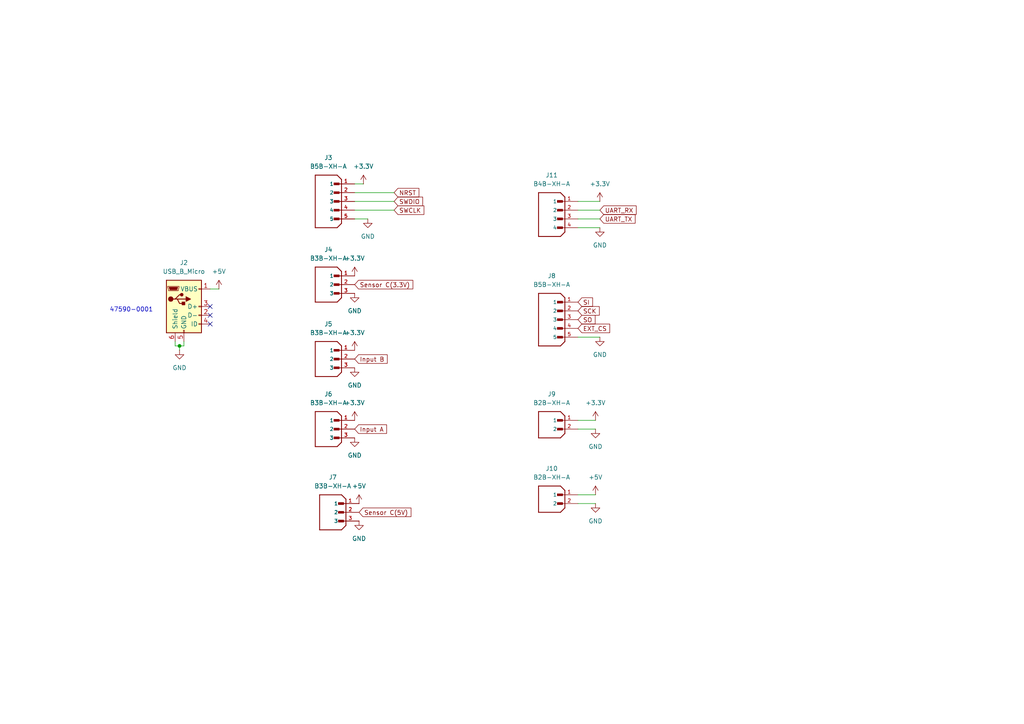
<source format=kicad_sch>
(kicad_sch (version 20250114) (generator "eeschema") (generator_version "9.0")
  (paper "A4")
  (lib_symbols
    (symbol "B2B-XH-A:B2B-XH-A" (pin_names (offset 1.016))
      (property "Reference" "J" (at -2.54 6.35 0))
      (property "Value" "B2B-XH-A" (at -2.54 -5.08 0))
      (symbol "B2B-XH-A_0_0"
        (polyline (pts (xy -3.81 3.81) (xy -3.81 -1.27)) (stroke (width 0.254)))
        (polyline (pts (xy -3.81 3.81) (xy -2.54 5.08)) (stroke (width 0.254)))
        (polyline (pts (xy -3.81 -1.27) (xy -2.54 -2.54)) (stroke (width 0.254)))
        (rectangle (start -3.175 2.2225) (end -1.5875 2.8575) (stroke (width 0.1)) (fill (type outline)))
        (rectangle (start -3.175 -0.3175) (end -1.5875 0.3175) (stroke (width 0.1)) (fill (type outline)))
        (polyline (pts (xy -2.54 -2.54) (xy 3.81 -2.54)) (stroke (width 0.254)))
        (polyline (pts (xy 3.81 5.08) (xy -2.54 5.08)) (stroke (width 0.254)))
        (polyline (pts (xy 3.81 -2.54) (xy 3.81 5.08)) (stroke (width 0.254)))
        (pin passive line (at -7.62 2.54 0) (length 5.08) (name "1") (number "1"))
        (pin passive line (at -7.62 0 0) (length 5.08) (name "2") (number "2"))
      )
    )
    (symbol "B3B-XH-A:B3B-XH-A" (pin_names (offset 1.016))
      (property "Reference" "J" (at -2.54 6.35 0))
      (property "Value" "B3B-XH-A" (at -2.54 -7.62 0))
      (symbol "B3B-XH-A_0_0"
        (polyline (pts (xy -3.81 3.81) (xy -3.81 -3.81)) (stroke (width 0.254)))
        (polyline (pts (xy -3.81 3.81) (xy -2.54 5.08)) (stroke (width 0.254)))
        (polyline (pts (xy -3.81 -3.81) (xy -2.54 -5.08)) (stroke (width 0.254)))
        (rectangle (start -3.175 2.2225) (end -1.5875 2.8575) (stroke (width 0.1)) (fill (type outline)))
        (rectangle (start -3.175 -0.3175) (end -1.5875 0.3175) (stroke (width 0.1)) (fill (type outline)))
        (rectangle (start -3.175 -2.8575) (end -1.5875 -2.2225) (stroke (width 0.1)) (fill (type outline)))
        (polyline (pts (xy -2.54 -5.08) (xy 3.81 -5.08)) (stroke (width 0.254)))
        (polyline (pts (xy 3.81 5.08) (xy -2.54 5.08)) (stroke (width 0.254)))
        (polyline (pts (xy 3.81 -5.08) (xy 3.81 5.08)) (stroke (width 0.254)))
        (pin passive line (at -7.62 2.54 0) (length 5.08) (name "1") (number "1"))
        (pin passive line (at -7.62 0 0) (length 5.08) (name "2") (number "2"))
        (pin passive line (at -7.62 -2.54 0) (length 5.08) (name "3") (number "3"))
      )
    )
    (symbol "B4B-XH-A:B4B-XH-A" (pin_names (offset 1.016))
      (property "Reference" "J" (at -2.54 6.35 0))
      (property "Value" "B4B-XH-A" (at -2.54 -10.16 0))
      (symbol "B4B-XH-A_0_0"
        (polyline (pts (xy -3.81 3.81) (xy -3.81 -6.35)) (stroke (width 0.254)))
        (polyline (pts (xy -3.81 3.81) (xy -2.54 5.08)) (stroke (width 0.254)))
        (polyline (pts (xy -3.81 -6.35) (xy -2.54 -7.62)) (stroke (width 0.254)))
        (rectangle (start -3.175 2.2225) (end -1.5875 2.8575) (stroke (width 0.1)) (fill (type outline)))
        (rectangle (start -3.175 -0.3175) (end -1.5875 0.3175) (stroke (width 0.1)) (fill (type outline)))
        (rectangle (start -3.175 -2.8575) (end -1.5875 -2.2225) (stroke (width 0.1)) (fill (type outline)))
        (rectangle (start -3.175 -5.3975) (end -1.5875 -4.7625) (stroke (width 0.1)) (fill (type outline)))
        (polyline (pts (xy -2.54 -7.62) (xy 3.81 -7.62)) (stroke (width 0.254)))
        (polyline (pts (xy 3.81 5.08) (xy -2.54 5.08)) (stroke (width 0.254)))
        (polyline (pts (xy 3.81 -7.62) (xy 3.81 5.08)) (stroke (width 0.254)))
        (pin passive line (at -7.62 2.54 0) (length 5.08) (name "1") (number "1"))
        (pin passive line (at -7.62 0 0) (length 5.08) (name "2") (number "2"))
        (pin passive line (at -7.62 -2.54 0) (length 5.08) (name "3") (number "3"))
        (pin passive line (at -7.62 -5.08 0) (length 5.08) (name "4") (number "4"))
      )
    )
    (symbol "B5B-XH-A:B5B-XH-A" (pin_names (offset 1.016))
      (property "Reference" "J" (at -2.54 8.89 0))
      (property "Value" "B5B-XH-A" (at -2.54 -10.16 0))
      (symbol "B5B-XH-A_0_0"
        (polyline (pts (xy -3.81 6.35) (xy -3.81 -6.35)) (stroke (width 0.254)))
        (polyline (pts (xy -3.81 6.35) (xy -2.54 7.62)) (stroke (width 0.254)))
        (polyline (pts (xy -3.81 -6.35) (xy -2.54 -7.62)) (stroke (width 0.254)))
        (rectangle (start -3.175 4.7625) (end -1.5875 5.3975) (stroke (width 0.1)) (fill (type outline)))
        (rectangle (start -3.175 2.2225) (end -1.5875 2.8575) (stroke (width 0.1)) (fill (type outline)))
        (rectangle (start -3.175 -0.3175) (end -1.5875 0.3175) (stroke (width 0.1)) (fill (type outline)))
        (rectangle (start -3.175 -2.8575) (end -1.5875 -2.2225) (stroke (width 0.1)) (fill (type outline)))
        (rectangle (start -3.175 -5.3975) (end -1.5875 -4.7625) (stroke (width 0.1)) (fill (type outline)))
        (polyline (pts (xy -2.54 -7.62) (xy 3.81 -7.62)) (stroke (width 0.254)))
        (polyline (pts (xy 3.81 7.62) (xy -2.54 7.62)) (stroke (width 0.254)))
        (polyline (pts (xy 3.81 -7.62) (xy 3.81 7.62)) (stroke (width 0.254)))
        (pin passive line (at -7.62 5.08 0) (length 5.08) (name "1") (number "1"))
        (pin passive line (at -7.62 2.54 0) (length 5.08) (name "2") (number "2"))
        (pin passive line (at -7.62 0 0) (length 5.08) (name "3") (number "3"))
        (pin passive line (at -7.62 -2.54 0) (length 5.08) (name "4") (number "4"))
        (pin passive line (at -7.62 -5.08 0) (length 5.08) (name "5") (number "5"))
      )
    )
    (symbol "Connector:USB_B_Micro" (pin_names (offset 1.016))
      (property "Reference" "J" (at -5.08 11.43 0))
      (property "Value" "USB_B_Micro" (at -5.08 8.89 0))
      (symbol "USB_B_Micro_0_1"
        (rectangle (start -5.08 -7.62) (end 5.08 7.62) (stroke (width 0.254)) (fill (type background)))
        (polyline (pts (xy -4.699 5.842) (xy -4.699 5.588) (xy -4.445 4.826) (xy -4.445 4.572) (xy -1.651 4.572) (xy -1.651 4.826) (xy -1.397 5.588) (xy -1.397 5.842) (xy -4.699 5.842)))
        (polyline (pts (xy -4.318 5.588) (xy -1.778 5.588) (xy -2.032 4.826) (xy -4.064 4.826) (xy -4.318 5.588)) (fill (type outline)))
        (circle (center -3.81 2.159) (radius 0.635) (stroke (width 0.254)) (fill (type outline)))
        (polyline (pts (xy -3.175 2.159) (xy -2.54 2.159) (xy -1.27 3.429) (xy -0.635 3.429)) (stroke (width 0.254)))
        (polyline (pts (xy -2.54 2.159) (xy -1.905 2.159) (xy -1.27 0.889) (xy 0 0.889)) (stroke (width 0.254)))
        (polyline (pts (xy -1.905 2.159) (xy 0.635 2.159)) (stroke (width 0.254)))
        (circle (center -0.635 3.429) (radius 0.381) (stroke (width 0.254)) (fill (type outline)))
        (rectangle (start -0.127 -7.62) (end 0.127 -6.858))
        (rectangle (start 0.254 1.27) (end -0.508 0.508) (stroke (width 0.254)) (fill (type outline)))
        (polyline (pts (xy 0.635 2.794) (xy 0.635 1.524) (xy 1.905 2.159) (xy 0.635 2.794)) (stroke (width 0.254)) (fill (type outline)))
        (rectangle (start 5.08 4.953) (end 4.318 5.207))
        (rectangle (start 5.08 -0.127) (end 4.318 0.127))
        (rectangle (start 5.08 -2.667) (end 4.318 -2.413))
        (rectangle (start 5.08 -5.207) (end 4.318 -4.953))
      )
      (symbol "USB_B_Micro_1_1"
        (pin passive line (at -2.54 -10.16 90) (length 2.54) (name "Shield") (number "6"))
        (pin power_out line (at 0 -10.16 90) (length 2.54) (name "GND") (number "5"))
        (pin power_out line (at 7.62 5.08 180) (length 2.54) (name "VBUS") (number "1"))
        (pin bidirectional line (at 7.62 0 180) (length 2.54) (name "D+") (number "3"))
        (pin bidirectional line (at 7.62 -2.54 180) (length 2.54) (name "D-") (number "2"))
        (pin passive line (at 7.62 -5.08 180) (length 2.54) (name "ID") (number "4"))
      )
    )
    (symbol "power:+3.3V" (power) (pin_numbers (hide yes)) (pin_names (offset 0) (hide yes))
      (property "Value" "+3.3V" (at 0 3.556 0))
      (symbol "+3.3V_0_1"
        (polyline (pts (xy -0.762 1.27) (xy 0 2.54)))
        (polyline (pts (xy 0 2.54) (xy 0.762 1.27)))
        (polyline (pts (xy 0 0) (xy 0 2.54)))
      )
      (symbol "+3.3V_1_1"
        (pin power_in line (at 0 0 90) (length 0) (name "~") (number "1"))
      )
    )
    (symbol "power:+5V" (power) (pin_numbers (hide yes)) (pin_names (offset 0) (hide yes))
      (property "Value" "+5V" (at 0 3.556 0))
      (symbol "+5V_0_1"
        (polyline (pts (xy -0.762 1.27) (xy 0 2.54)))
        (polyline (pts (xy 0 2.54) (xy 0.762 1.27)))
        (polyline (pts (xy 0 0) (xy 0 2.54)))
      )
      (symbol "+5V_1_1"
        (pin power_in line (at 0 0 90) (length 0) (name "~") (number "1"))
      )
    )
    (symbol "power:GND" (power) (pin_numbers (hide yes)) (pin_names (offset 0) (hide yes))
      (property "Value" "GND" (at 0 -3.81 0))
      (symbol "GND_0_1"
        (polyline (pts (xy 0 0) (xy 0 -1.27) (xy 1.27 -1.27) (xy 0 -2.54) (xy -1.27 -1.27) (xy 0 -1.27)))
      )
      (symbol "GND_1_1"
        (pin power_in line (at 0 0 270) (length 0) (name "~") (number "1"))
      )
    )
  )
  (text "47590-0001" (at 38.1 89.916 0) (effects (font (size 1.27 1.27))))
  (junction (at 52.07 100.33))
  (no_connect (at 60.96 93.98))
  (no_connect (at 60.96 91.44))
  (no_connect (at 60.96 88.9))
  (wire (pts (xy 102.87 63.5) (xy 106.68 63.5)))
  (wire (pts (xy 60.96 83.82) (xy 63.5 83.82)))
  (wire (pts (xy 167.64 146.05) (xy 172.72 146.05)))
  (wire (pts (xy 53.34 100.33) (xy 53.34 99.06)))
  (wire (pts (xy 167.64 121.92) (xy 172.72 121.92)))
  (wire (pts (xy 52.07 100.33) (xy 52.07 101.6)))
  (wire (pts (xy 167.64 58.42) (xy 173.99 58.42)))
  (wire (pts (xy 167.64 60.96) (xy 173.99 60.96)))
  (wire (pts (xy 167.64 66.04) (xy 173.99 66.04)))
  (wire (pts (xy 52.07 100.33) (xy 53.34 100.33)))
  (wire (pts (xy 50.8 99.06) (xy 50.8 100.33)))
  (wire (pts (xy 114.3 58.42) (xy 102.87 58.42)))
  (wire (pts (xy 167.64 124.46) (xy 172.72 124.46)))
  (wire (pts (xy 167.64 97.79) (xy 173.99 97.79)))
  (wire (pts (xy 167.64 143.51) (xy 172.72 143.51)))
  (wire (pts (xy 50.8 100.33) (xy 52.07 100.33)))
  (wire (pts (xy 102.87 53.34) (xy 105.41 53.34)))
  (wire (pts (xy 114.3 55.88) (xy 102.87 55.88)))
  (wire (pts (xy 167.64 63.5) (xy 173.99 63.5)))
  (wire (pts (xy 114.3 60.96) (xy 102.87 60.96)))
  (global_label "UART_RX" (shape input) (at 173.99 60.96 0) (property "Intersheetrefs" "${INTERSHEET_REFS}" (effects (hide yes))))
  (global_label "UART_TX" (shape input) (at 173.99 63.5 0) (property "Intersheetrefs" "${INTERSHEET_REFS}" (effects (hide yes))))
  (global_label "SWDIO" (shape input) (at 114.3 58.42 0) (property "Intersheetrefs" "${INTERSHEET_REFS}" (effects (hide yes))))
  (global_label "SWCLK" (shape input) (at 114.3 60.96 0) (property "Intersheetrefs" "${INTERSHEET_REFS}" (effects (hide yes))))
  (global_label "EXT_CS" (shape input) (at 167.64 95.25 0) (property "Intersheetrefs" "${INTERSHEET_REFS}" (effects (hide yes))))
  (global_label "Input B" (shape input) (at 102.87 104.14 0) (property "Intersheetrefs" "${INTERSHEET_REFS}" (effects (hide yes))))
  (global_label "NRST" (shape input) (at 114.3 55.88 0) (property "Intersheetrefs" "${INTERSHEET_REFS}" (effects (hide yes))))
  (global_label "SO" (shape input) (at 167.64 92.71 0) (property "Intersheetrefs" "${INTERSHEET_REFS}" (effects (hide yes))))
  (global_label "SI" (shape input) (at 167.64 87.63 0) (property "Intersheetrefs" "${INTERSHEET_REFS}" (effects (hide yes))))
  (global_label "Sensor C(3.3V)" (shape input) (at 102.87 82.55 0) (property "Intersheetrefs" "${INTERSHEET_REFS}" (effects (hide yes))))
  (global_label "Input A" (shape input) (at 102.87 124.46 0) (property "Intersheetrefs" "${INTERSHEET_REFS}" (effects (hide yes))))
  (global_label "SCK" (shape input) (at 167.64 90.17 0) (property "Intersheetrefs" "${INTERSHEET_REFS}" (effects (hide yes))))
  (global_label "Sensor C(5V)" (shape input) (at 104.14 148.59 0) (property "Intersheetrefs" "${INTERSHEET_REFS}" (effects (hide yes))))
  (symbol (lib_id "B3B-XH-A:B3B-XH-A") (at 95.25 124.46 0) (mirror y) (unit 1)
    (property "Reference" "J6" (at 95.25 114.3 0))
    (property "Value" "B3B-XH-A" (at 95.25 116.84 0))
    (property "Footprint" "Footprints:JST_B3B-XH-A" (effects (hide yes)))
    (property "PARTREV" "7/4/21" (effects (hide yes)))
    (property "STANDARD" "Manufacturer Recommendations" (effects (hide yes)))
    (property "MAXIMUM_PACKAGE_HEIGHT" "7.00 mm" (effects (hide yes)))
    (property "MANUFACTURER" "JST Sales America Inc." (effects (hide yes)))
  )
  (symbol (lib_id "power:+5V") (at 172.72 143.51 0) (unit 1)
    (property "Reference" "#PWR077" (effects (hide yes)))
    (property "Value" "+5V" (at 172.72 138.43 0))
    (property "Description" "Power symbol creates a global label with name \"+5V\"" (effects (hide yes)))
  )
  (symbol (lib_id "power:GND") (at 173.99 97.79 0) (unit 1)
    (property "Reference" "#PWR081" (effects (hide yes)))
    (property "Value" "GND" (at 173.99 102.87 0))
    (property "Description" "Power symbol creates a global label with name \"GND\" , ground" (effects (hide yes)))
  )
  (symbol (lib_id "power:+5V") (at 63.5 83.82 0) (unit 1)
    (property "Reference" "#PWR032" (effects (hide yes)))
    (property "Value" "+5V" (at 63.5 78.74 0))
    (property "Description" "Power symbol creates a global label with name \"+5V\"" (effects (hide yes)))
  )
  (symbol (lib_id "B5B-XH-A:B5B-XH-A") (at 95.25 58.42 0) (mirror y) (unit 1)
    (property "Reference" "J3" (at 95.25 45.72 0))
    (property "Value" "B5B-XH-A" (at 95.25 48.26 0))
    (property "Footprint" "Footprints:JST_B5B-XH-A" (effects (hide yes)))
    (property "PARTREV" "7/4/21" (effects (hide yes)))
    (property "STANDARD" "Manufacturer Recommendations" (effects (hide yes)))
    (property "MAXIMUM_PACKAGE_HEIGHT" "7.00 mm" (effects (hide yes)))
    (property "MANUFACTURER" "JST" (effects (hide yes)))
  )
  (symbol (lib_id "power:+3.3V") (at 102.87 101.6 0) (unit 1)
    (property "Reference" "#PWR070" (effects (hide yes)))
    (property "Value" "+3.3V" (at 102.87 96.52 0))
    (property "Description" "Power symbol creates a global label with name \"+3.3V\"" (effects (hide yes)))
  )
  (symbol (lib_id "B3B-XH-A:B3B-XH-A") (at 95.25 82.55 0) (mirror y) (unit 1)
    (property "Reference" "J4" (at 95.25 72.39 0))
    (property "Value" "B3B-XH-A" (at 95.25 74.93 0))
    (property "Footprint" "Footprints:JST_B3B-XH-A" (effects (hide yes)))
    (property "PARTREV" "7/4/21" (effects (hide yes)))
    (property "STANDARD" "Manufacturer Recommendations" (effects (hide yes)))
    (property "MAXIMUM_PACKAGE_HEIGHT" "7.00 mm" (effects (hide yes)))
    (property "MANUFACTURER" "JST Sales America Inc." (effects (hide yes)))
  )
  (symbol (lib_id "power:GND") (at 173.99 66.04 0) (unit 1)
    (property "Reference" "#PWR080" (effects (hide yes)))
    (property "Value" "GND" (at 173.99 71.12 0))
    (property "Description" "Power symbol creates a global label with name \"GND\" , ground" (effects (hide yes)))
  )
  (symbol (lib_id "B4B-XH-A:B4B-XH-A") (at 160.02 60.96 0) (mirror y) (unit 1)
    (property "Reference" "J11" (at 160.02 50.8 0))
    (property "Value" "B4B-XH-A" (at 160.02 53.34 0))
    (property "Footprint" "Footprints:JST_B4B-XH-A" (effects (hide yes)))
    (property "PARTREV" "7/4/21" (effects (hide yes)))
    (property "STANDARD" "Manufacturer Recommendations" (effects (hide yes)))
    (property "MAXIMUM_PACKAGE_HEIGHT" "7.00 mm" (effects (hide yes)))
    (property "MANUFACTURER" "JST" (effects (hide yes)))
  )
  (symbol (lib_id "power:+3.3V") (at 102.87 80.01 0) (unit 1)
    (property "Reference" "#PWR071" (effects (hide yes)))
    (property "Value" "+3.3V" (at 102.87 74.93 0))
    (property "Description" "Power symbol creates a global label with name \"+3.3V\"" (effects (hide yes)))
  )
  (symbol (lib_id "power:+3.3V") (at 102.87 121.92 0) (unit 1)
    (property "Reference" "#PWR069" (effects (hide yes)))
    (property "Value" "+3.3V" (at 102.87 116.84 0))
    (property "Description" "Power symbol creates a global label with name \"+3.3V\"" (effects (hide yes)))
  )
  (symbol (lib_id "B2B-XH-A:B2B-XH-A") (at 160.02 124.46 0) (mirror y) (unit 1)
    (property "Reference" "J9" (at 160.02 114.3 0))
    (property "Value" "B2B-XH-A" (at 160.02 116.84 0))
    (property "Footprint" "Footprints:JST_B2B-XH-A" (effects (hide yes)))
    (property "PARTREV" "N/A" (effects (hide yes)))
    (property "STANDARD" "Manufacturer Recommendations" (effects (hide yes)))
    (property "MAXIMUM_PACKAGE_HEIGHT" "7 mm" (effects (hide yes)))
    (property "MANUFACTURER" "JST Sales America Inc." (effects (hide yes)))
  )
  (symbol (lib_id "power:GND") (at 172.72 124.46 0) (unit 1)
    (property "Reference" "#PWR076" (effects (hide yes)))
    (property "Value" "GND" (at 172.72 129.54 0))
    (property "Description" "Power symbol creates a global label with name \"GND\" , ground" (effects (hide yes)))
  )
  (symbol (lib_id "power:GND") (at 172.72 146.05 0) (unit 1)
    (property "Reference" "#PWR078" (effects (hide yes)))
    (property "Value" "GND" (at 172.72 151.13 0))
    (property "Description" "Power symbol creates a global label with name \"GND\" , ground" (effects (hide yes)))
  )
  (symbol (lib_id "B2B-XH-A:B2B-XH-A") (at 160.02 146.05 0) (mirror y) (unit 1)
    (property "Reference" "J10" (at 160.02 135.89 0))
    (property "Value" "B2B-XH-A" (at 160.02 138.43 0))
    (property "Footprint" "Footprints:JST_B2B-XH-A" (effects (hide yes)))
    (property "PARTREV" "N/A" (effects (hide yes)))
    (property "STANDARD" "Manufacturer Recommendations" (effects (hide yes)))
    (property "MAXIMUM_PACKAGE_HEIGHT" "7 mm" (effects (hide yes)))
    (property "MANUFACTURER" "JST Sales America Inc." (effects (hide yes)))
  )
  (symbol (lib_id "power:GND") (at 102.87 127 0) (unit 1)
    (property "Reference" "#PWR068" (effects (hide yes)))
    (property "Value" "GND" (at 102.87 132.08 0))
    (property "Description" "Power symbol creates a global label with name \"GND\" , ground" (effects (hide yes)))
  )
  (symbol (lib_id "power:GND") (at 52.07 101.6 0) (unit 1)
    (property "Reference" "#PWR033" (effects (hide yes)))
    (property "Value" "GND" (at 52.07 106.68 0))
    (property "Description" "Power symbol creates a global label with name \"GND\" , ground" (effects (hide yes)))
  )
  (symbol (lib_id "power:GND") (at 102.87 85.09 0) (unit 1)
    (property "Reference" "#PWR072" (effects (hide yes)))
    (property "Value" "GND" (at 102.87 90.17 0))
    (property "Description" "Power symbol creates a global label with name \"GND\" , ground" (effects (hide yes)))
  )
  (symbol (lib_id "power:+5V") (at 104.14 146.05 0) (unit 1)
    (property "Reference" "#PWR073" (effects (hide yes)))
    (property "Value" "+5V" (at 104.14 140.97 0))
    (property "Description" "Power symbol creates a global label with name \"+5V\"" (effects (hide yes)))
  )
  (symbol (lib_id "B5B-XH-A:B5B-XH-A") (at 160.02 92.71 0) (mirror y) (unit 1)
    (property "Reference" "J8" (at 160.02 80.01 0))
    (property "Value" "B5B-XH-A" (at 160.02 82.55 0))
    (property "Footprint" "Footprints:JST_B5B-XH-A" (effects (hide yes)))
    (property "PARTREV" "7/4/21" (effects (hide yes)))
    (property "STANDARD" "Manufacturer Recommendations" (effects (hide yes)))
    (property "MAXIMUM_PACKAGE_HEIGHT" "7.00 mm" (effects (hide yes)))
    (property "MANUFACTURER" "JST" (effects (hide yes)))
  )
  (symbol (lib_id "power:+3.3V") (at 172.72 121.92 0) (unit 1)
    (property "Reference" "#PWR075" (effects (hide yes)))
    (property "Value" "+3.3V" (at 172.72 116.84 0))
    (property "Description" "Power symbol creates a global label with name \"+3.3V\"" (effects (hide yes)))
  )
  (symbol (lib_id "power:+3.3V") (at 105.41 53.34 0) (unit 1)
    (property "Reference" "#PWR065" (effects (hide yes)))
    (property "Value" "+3.3V" (at 105.41 48.26 0))
    (property "Description" "Power symbol creates a global label with name \"+3.3V\"" (effects (hide yes)))
  )
  (symbol (lib_id "B3B-XH-A:B3B-XH-A") (at 96.52 148.59 0) (mirror y) (unit 1)
    (property "Reference" "J7" (at 96.52 138.43 0))
    (property "Value" "B3B-XH-A" (at 96.52 140.97 0))
    (property "Footprint" "Footprints:JST_B3B-XH-A" (effects (hide yes)))
    (property "PARTREV" "7/4/21" (effects (hide yes)))
    (property "STANDARD" "Manufacturer Recommendations" (effects (hide yes)))
    (property "MAXIMUM_PACKAGE_HEIGHT" "7.00 mm" (effects (hide yes)))
    (property "MANUFACTURER" "JST Sales America Inc." (effects (hide yes)))
  )
  (symbol (lib_id "power:GND") (at 104.14 151.13 0) (unit 1)
    (property "Reference" "#PWR074" (effects (hide yes)))
    (property "Value" "GND" (at 104.14 156.21 0))
    (property "Description" "Power symbol creates a global label with name \"GND\" , ground" (effects (hide yes)))
  )
  (symbol (lib_id "B3B-XH-A:B3B-XH-A") (at 95.25 104.14 0) (mirror y) (unit 1)
    (property "Reference" "J5" (at 95.25 93.98 0))
    (property "Value" "B3B-XH-A" (at 95.25 96.52 0))
    (property "Footprint" "Footprints:JST_B3B-XH-A" (effects (hide yes)))
    (property "PARTREV" "7/4/21" (effects (hide yes)))
    (property "STANDARD" "Manufacturer Recommendations" (effects (hide yes)))
    (property "MAXIMUM_PACKAGE_HEIGHT" "7.00 mm" (effects (hide yes)))
    (property "MANUFACTURER" "JST Sales America Inc." (effects (hide yes)))
  )
  (symbol (lib_id "power:GND") (at 102.87 106.68 0) (unit 1)
    (property "Reference" "#PWR067" (effects (hide yes)))
    (property "Value" "GND" (at 102.87 111.76 0))
    (property "Description" "Power symbol creates a global label with name \"GND\" , ground" (effects (hide yes)))
  )
  (symbol (lib_id "power:GND") (at 106.68 63.5 0) (unit 1)
    (property "Reference" "#PWR066" (effects (hide yes)))
    (property "Value" "GND" (at 106.68 68.58 0))
    (property "Description" "Power symbol creates a global label with name \"GND\" , ground" (effects (hide yes)))
  )
  (symbol (lib_id "power:+3.3V") (at 173.99 58.42 0) (unit 1)
    (property "Reference" "#PWR079" (effects (hide yes)))
    (property "Value" "+3.3V" (at 173.99 53.34 0))
    (property "Description" "Power symbol creates a global label with name \"+3.3V\"" (effects (hide yes)))
  )
  (symbol (lib_id "Connector:USB_B_Micro") (at 53.34 88.9 0) (unit 1)
    (property "Reference" "J2" (at 53.34 76.2 0))
    (property "Value" "USB_B_Micro" (at 53.34 78.74 0))
    (property "Footprint" "Connector_USB:USB_Micro-AB_Molex_47590-0001" (effects (hide yes)))
    (property "Description" "USB Micro Type B connector" (effects (hide yes)))
  )
)
</source>
